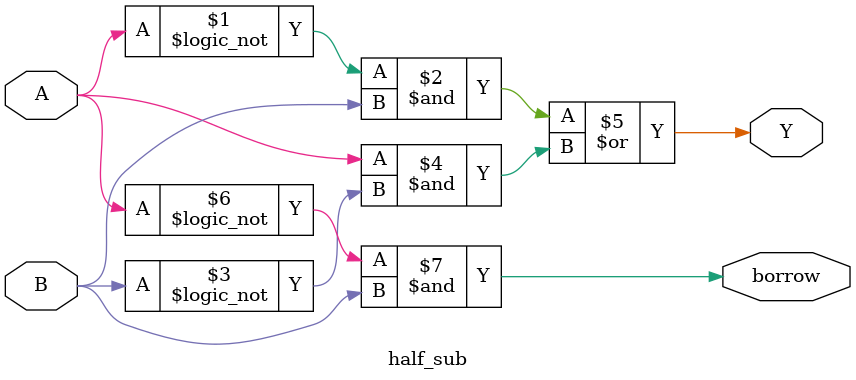
<source format=v>
module half_sub(
	input A, B,
	output Y, borrow
);
	assign Y = (!A & B) | (A & !B);
	assign borrow = (!A & B);

endmodule
</source>
